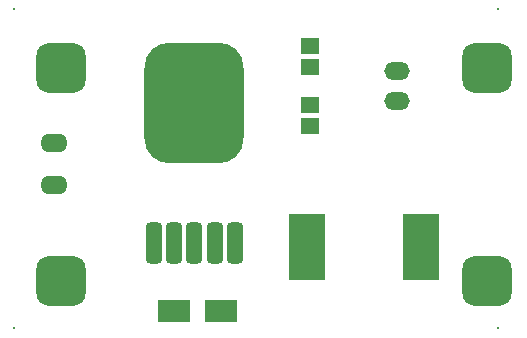
<source format=gts>
G04*
G04 #@! TF.GenerationSoftware,Altium Limited,Altium Designer,21.3.2 (30)*
G04*
G04 Layer_Color=8388736*
%FSLAX25Y25*%
%MOIN*%
G70*
G04*
G04 #@! TF.SameCoordinates,97264966-10FB-41C2-9D5A-9FAD70EEB638*
G04*
G04*
G04 #@! TF.FilePolarity,Negative*
G04*
G01*
G75*
G04:AMPARAMS|DCode=17|XSize=55.24mil|YSize=137.92mil|CornerRadius=15.81mil|HoleSize=0mil|Usage=FLASHONLY|Rotation=0.000|XOffset=0mil|YOffset=0mil|HoleType=Round|Shape=RoundedRectangle|*
%AMROUNDEDRECTD17*
21,1,0.05524,0.10630,0,0,0.0*
21,1,0.02362,0.13792,0,0,0.0*
1,1,0.03162,0.01181,-0.05315*
1,1,0.03162,-0.01181,-0.05315*
1,1,0.03162,-0.01181,0.05315*
1,1,0.03162,0.01181,0.05315*
%
%ADD17ROUNDEDRECTD17*%
G04:AMPARAMS|DCode=18|XSize=330.84mil|YSize=401.7mil|CornerRadius=84.71mil|HoleSize=0mil|Usage=FLASHONLY|Rotation=0.000|XOffset=0mil|YOffset=0mil|HoleType=Round|Shape=RoundedRectangle|*
%AMROUNDEDRECTD18*
21,1,0.33084,0.23228,0,0,0.0*
21,1,0.16142,0.40170,0,0,0.0*
1,1,0.16942,0.08071,-0.11614*
1,1,0.16942,-0.08071,-0.11614*
1,1,0.16942,-0.08071,0.11614*
1,1,0.16942,0.08071,0.11614*
%
%ADD18ROUNDEDRECTD18*%
%ADD19R,0.06115X0.05328*%
%ADD20R,0.10642X0.07493*%
%ADD21R,0.12217X0.22060*%
G04:AMPARAMS|DCode=22|XSize=8mil|YSize=8mil|CornerRadius=0mil|HoleSize=0mil|Usage=FLASHONLY|Rotation=0.000|XOffset=0mil|YOffset=0mil|HoleType=Round|Shape=RoundedRectangle|*
%AMROUNDEDRECTD22*
21,1,0.00800,0.00800,0,0,0.0*
21,1,0.00800,0.00800,0,0,0.0*
1,1,0.00000,0.00400,-0.00400*
1,1,0.00000,-0.00400,-0.00400*
1,1,0.00000,-0.00400,0.00400*
1,1,0.00000,0.00400,0.00400*
%
%ADD22ROUNDEDRECTD22*%
G04:AMPARAMS|DCode=23|XSize=165.48mil|YSize=165.48mil|CornerRadius=43.37mil|HoleSize=0mil|Usage=FLASHONLY|Rotation=0.000|XOffset=0mil|YOffset=0mil|HoleType=Round|Shape=RoundedRectangle|*
%AMROUNDEDRECTD23*
21,1,0.16548,0.07874,0,0,0.0*
21,1,0.07874,0.16548,0,0,0.0*
1,1,0.08674,0.03937,-0.03937*
1,1,0.08674,-0.03937,-0.03937*
1,1,0.08674,-0.03937,0.03937*
1,1,0.08674,0.03937,0.03937*
%
%ADD23ROUNDEDRECTD23*%
%ADD24O,0.08477X0.05918*%
%ADD25O,0.09068X0.06312*%
D17*
X424500Y292320D02*
D03*
X431250D02*
D03*
X438000Y292179D02*
D03*
X444750Y292320D02*
D03*
X451500D02*
D03*
D18*
X438000Y338821D02*
D03*
D19*
X476378Y357776D02*
D03*
Y350886D02*
D03*
Y338090D02*
D03*
Y331201D02*
D03*
D20*
X446850Y269685D02*
D03*
X431102D02*
D03*
D21*
X513594Y291000D02*
D03*
X475406D02*
D03*
D22*
X539370Y370079D02*
D03*
Y263779D02*
D03*
X377953Y370079D02*
D03*
Y263779D02*
D03*
D23*
X393701Y350394D02*
D03*
Y279528D02*
D03*
X535433D02*
D03*
Y350394D02*
D03*
D24*
X505500Y349500D02*
D03*
Y339657D02*
D03*
D25*
X391339Y311614D02*
D03*
Y325394D02*
D03*
M02*

</source>
